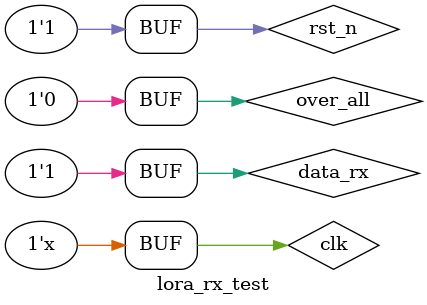
<source format=v>
`timescale 1ns / 1ps


module lora_rx_test;

	// Inputs
	reg clk;
	reg rst_n;
	reg data_rx;
	reg over_all;

	// Outputs
	wire [6:0] smg_duan;
	wire [3:0] smg_wei;
	wire dp;

	// Instantiate the Unit Under Test (UUT)
	lora_rx uut (
		.clk(clk), 
		.rst_n(rst_n), 
		.data_rx(data_rx), 
		.over_all(over_all), 
		.smg_duan(smg_duan), 
		.smg_wei(smg_wei), 
		.dp(dp)
	);

	initial begin
		// Initialize Inputs
		clk = 0;
		rst_n = 0;
		data_rx = 0;
		over_all = 0;

		// Wait 100 ns for global reset to finish
		#20;
		rst_n=1'b1;
		data_rx=1'b1;
		#8680;           //434*20=8680
		data_rx=1'b0;
		#8680;
		data_rx=1'b1;
		#8680;
		data_rx=1'b1;
		#8680;
		data_rx=1'b1;
		#8680;
		data_rx=1'b1;
		#8680;
		data_rx=1'b1;
		#8680;
		data_rx=1'b0;
		#8680;
		data_rx=1'b0;
		#8680;
		data_rx=1'b0;
		#8680;
		data_rx=1'b1;//31
		#8680;           //434*20=8680
		data_rx=1'b0;
		#8680;
		data_rx=1'b1;
		#8680;
		data_rx=1'b1;
		#8680;
		data_rx=1'b1;
		#8680;
		data_rx=1'b1;
		#8680;
		data_rx=1'b1;
		#8680;
		data_rx=1'b0;
		#8680;
		data_rx=1'b0;
		#8680;
		data_rx=1'b0;
		#8680;
		data_rx=1'b1;//31
		#8680;           //434*20=8680
		data_rx=1'b0;
		#8680;
		data_rx=1'b1;
		#8680;
		data_rx=1'b1;
		#8680;
		data_rx=1'b1;
		#8680;
		data_rx=1'b1;
		#8680;
		data_rx=1'b0;
		#8680;
		data_rx=1'b0;
		#8680;
		data_rx=1'b1;
		#8680;
		data_rx=1'b0;
		#8680;
		data_rx=1'b1;//79
		#8680;           //434*20=8680
		data_rx=1'b0;
		#8680;
		data_rx=1'b0;
		#8680;
		data_rx=1'b0;
		#8680;
		data_rx=1'b1;
		#8680;
		data_rx=1'b0;
		#8680;
		data_rx=1'b0;
		#8680;
		data_rx=1'b0;
		#8680;
		data_rx=1'b1;
		#8680;
		data_rx=1'b0;
		#8680;
		data_rx=1'b1;//68
		// Add stimulus here

	end
always #10 clk=~clk;      
endmodule


</source>
